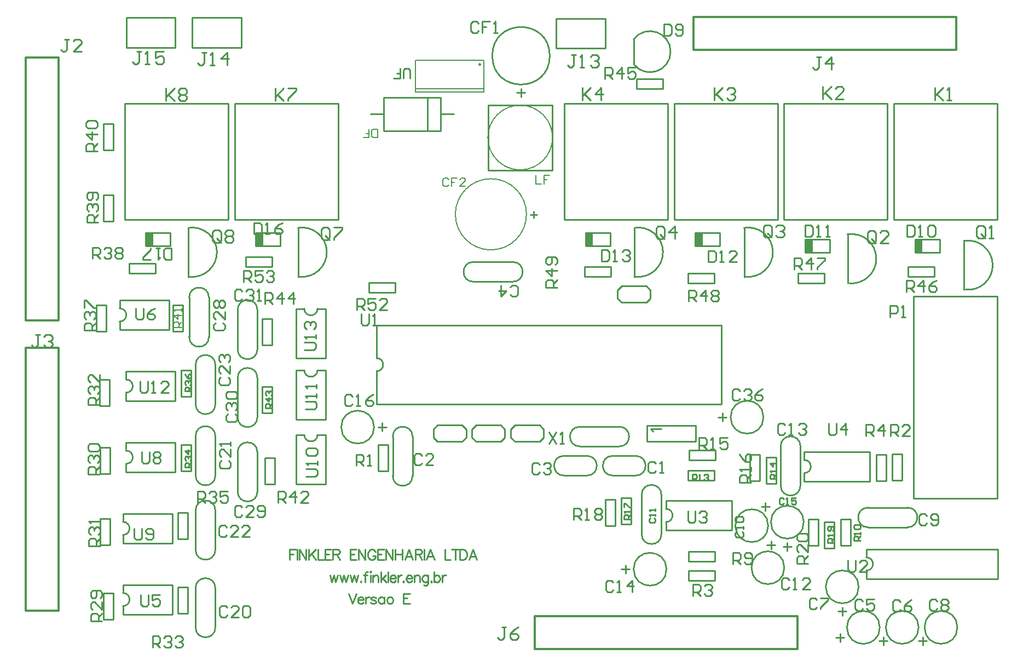
<source format=gto>
%FSLAX24Y24*%
%MOIN*%
G70*
G01*
G75*
%ADD10C,0.0300*%
%ADD11C,0.0394*%
%ADD12C,0.0197*%
%ADD13C,0.0200*%
%ADD14C,0.0295*%
%ADD15O,0.0551X0.0850*%
%ADD16R,0.0551X0.0850*%
%ADD17C,0.0984*%
%ADD18O,0.1004X0.0984*%
%ADD19C,0.0700*%
%ADD20C,0.0866*%
%ADD21R,0.0700X0.0700*%
%ADD22R,0.0700X0.0700*%
%ADD23C,0.1969*%
%ADD24C,0.2000*%
%ADD25C,0.0800*%
%ADD26R,0.0800X0.0800*%
%ADD27C,0.0400*%
%ADD28R,0.0394X0.0394*%
%ADD29C,0.0400*%
%ADD30C,0.0098*%
%ADD31C,0.0079*%
%ADD32C,0.0100*%
%ADD33C,0.0138*%
%ADD34C,0.0080*%
G36*
X104100Y103931D02*
X103650D01*
Y104731D01*
X104100D01*
Y103931D01*
D02*
G37*
G36*
X150950Y103537D02*
X150500D01*
Y104337D01*
X150950D01*
Y103537D01*
D02*
G37*
G36*
X144257D02*
X143807D01*
Y104337D01*
X144257D01*
Y103537D01*
D02*
G37*
G36*
X137564Y103931D02*
X137114D01*
Y104731D01*
X137564D01*
Y103931D01*
D02*
G37*
G36*
X130871D02*
X130421D01*
Y104731D01*
X130871D01*
Y103931D01*
D02*
G37*
G36*
X110793D02*
X110343D01*
Y104731D01*
X110793D01*
Y103931D01*
D02*
G37*
D30*
X124030Y114971D02*
G03*
X124030Y114971I-49J0D01*
G01*
X118140Y111645D02*
Y112974D01*
X121600D01*
Y110926D02*
Y112974D01*
X118140Y110926D02*
X121600D01*
X118140D02*
Y111645D01*
X120788Y110926D02*
Y112974D01*
X121630Y111950D02*
X122410D01*
X117331Y111960D02*
X118130D01*
X124490Y112490D02*
X128420D01*
X124490Y108540D02*
Y112490D01*
Y108540D02*
X128420D01*
Y112490D01*
X127270Y105620D02*
Y106020D01*
X127070Y105820D02*
X127470D01*
X102457Y116000D02*
Y117811D01*
X105449D01*
Y116000D02*
Y117811D01*
X102457Y116000D02*
X105449D01*
X106472D02*
Y117811D01*
X109465D01*
Y116000D02*
Y117811D01*
X106472Y116000D02*
X109465D01*
X128638Y115961D02*
Y117772D01*
X131630D01*
Y115961D02*
Y117772D01*
X128638Y115961D02*
X131630D01*
X137122Y92039D02*
Y92984D01*
X134169D02*
X137122D01*
X134169Y92039D02*
X137122D01*
X134169D02*
Y92984D01*
D31*
X128419Y110522D02*
G03*
X128419Y110522I-1969J0D01*
G01*
X126831Y105850D02*
G03*
X126831Y105850I-2165J0D01*
G01*
X120063Y113298D02*
Y115227D01*
X124237Y113298D02*
Y115227D01*
X120063D02*
X124237D01*
X120063Y113298D02*
X124237D01*
X120063Y113494D02*
X124237D01*
X117758Y110520D02*
Y111032D01*
X117502D01*
X117417Y110947D01*
Y110606D01*
X117502Y110520D01*
X117758D01*
X116906D02*
X117247D01*
Y110776D01*
X117076D01*
X117247D01*
Y111032D01*
X127400Y108212D02*
Y107700D01*
X127741D01*
X128253Y108212D02*
X127912D01*
Y107956D01*
X128082D01*
X127912D01*
Y107700D01*
X122091Y107976D02*
X122006Y108062D01*
X121835D01*
X121750Y107976D01*
Y107635D01*
X121835Y107550D01*
X122006D01*
X122091Y107635D01*
X122603Y108062D02*
X122262D01*
Y107806D01*
X122432D01*
X122262D01*
Y107550D01*
X123114D02*
X122773D01*
X123114Y107891D01*
Y107976D01*
X123029Y108062D01*
X122859D01*
X122773Y107976D01*
D32*
X110443Y91373D02*
G03*
X109243Y91373I-600J0D01*
G01*
Y88973D02*
G03*
X110443Y88973I600J0D01*
G01*
Y95901D02*
G03*
X109243Y95901I-600J0D01*
G01*
Y93501D02*
G03*
X110443Y93501I600J0D01*
G01*
X142313Y89335D02*
G03*
X143513Y89335I600J0D01*
G01*
Y91735D02*
G03*
X142313Y91735I-600J0D01*
G01*
X153549Y101266D02*
G03*
X153477Y104235I175J1490D01*
G01*
X110443Y100035D02*
G03*
X109243Y100035I-600J0D01*
G01*
Y97635D02*
G03*
X110443Y97635I600J0D01*
G01*
X143717Y87114D02*
G03*
X143717Y87114I-1000J0D01*
G01*
X130083Y92923D02*
G03*
X130083Y91723I0J-600D01*
G01*
X132483D02*
G03*
X132483Y92923I0J600D01*
G01*
X102256Y82006D02*
G03*
X102256Y82806I0J400D01*
G01*
X107883Y96688D02*
G03*
X106683Y96688I-600J0D01*
G01*
Y94288D02*
G03*
X107883Y94288I600J0D01*
G01*
Y92357D02*
G03*
X106683Y92357I-600J0D01*
G01*
Y89957D02*
G03*
X107883Y89957I600J0D01*
G01*
X102453Y90667D02*
G03*
X102453Y91467I0J400D01*
G01*
X106290Y98391D02*
G03*
X107490Y98391I600J0D01*
G01*
Y100791D02*
G03*
X106290Y100791I-600J0D01*
G01*
X106305Y102054D02*
G03*
X106233Y105023I175J1490D01*
G01*
X102059Y99328D02*
G03*
X102059Y100128I0J400D01*
G01*
X113305Y96366D02*
G03*
X114105Y96366I400J0D01*
G01*
X113305Y92429D02*
G03*
X114105Y92429I400J0D01*
G01*
X117550Y92900D02*
G03*
X117550Y92900I-1000J0D01*
G01*
X118691Y89926D02*
G03*
X119891Y89926I600J0D01*
G01*
Y92326D02*
G03*
X118691Y92326I-600J0D01*
G01*
X112998Y102054D02*
G03*
X112926Y105023I175J1490D01*
G01*
X129115Y91151D02*
G03*
X129115Y89951I0J-600D01*
G01*
X130515D02*
G03*
X130515Y91151I0J600D01*
G01*
X141264Y93504D02*
G03*
X141264Y93504I-1000J0D01*
G01*
X133849Y86383D02*
G03*
X135049Y86383I600J0D01*
G01*
Y88783D02*
G03*
X133849Y88783I-600J0D01*
G01*
X135327Y87124D02*
G03*
X135327Y87924I0J400D01*
G01*
X141551Y86902D02*
G03*
X141551Y86902I-1000J0D01*
G01*
X140164Y102054D02*
G03*
X140091Y105023I175J1490D01*
G01*
X153075Y80709D02*
G03*
X153075Y80709I-1000J0D01*
G01*
X150713D02*
G03*
X150713Y80709I-1000J0D01*
G01*
X148350D02*
G03*
X148350Y80709I-1000J0D01*
G01*
X150035Y86802D02*
G03*
X150035Y88002I0J600D01*
G01*
X147635D02*
G03*
X147635Y86802I0J-600D01*
G01*
X146463Y101660D02*
G03*
X146390Y104629I175J1490D01*
G01*
X102256Y86336D02*
G03*
X102256Y87136I0J400D01*
G01*
X102453Y94998D02*
G03*
X102453Y95798I0J400D01*
G01*
X123600Y102950D02*
G03*
X123600Y101750I0J-600D01*
G01*
X126000D02*
G03*
X126000Y102950I0J600D01*
G01*
X113305Y100106D02*
G03*
X114105Y100106I400J0D01*
G01*
X142535Y84343D02*
G03*
X142535Y84343I-1000J0D01*
G01*
X147531Y84171D02*
G03*
X147531Y84971I0J400D01*
G01*
X107883Y83106D02*
G03*
X106683Y83106I-600J0D01*
G01*
Y80706D02*
G03*
X107883Y80706I600J0D01*
G01*
X135358Y84252D02*
G03*
X135358Y84252I-1000J0D01*
G01*
X147063Y83177D02*
G03*
X147063Y83177I-1000J0D01*
G01*
X133483Y89951D02*
G03*
X133483Y91151I0J600D01*
G01*
X132083D02*
G03*
X132083Y89951I0J-600D01*
G01*
X143750Y90100D02*
G03*
X143750Y90900I0J400D01*
G01*
X133471Y102054D02*
G03*
X133398Y105023I175J1490D01*
G01*
X133360Y114996D02*
G03*
X133360Y116500I998J752D01*
G01*
X128250Y115500D02*
G03*
X128250Y115500I-1750J0D01*
G01*
X107883Y87830D02*
G03*
X106683Y87830I-600J0D01*
G01*
Y85430D02*
G03*
X107883Y85430I600J0D01*
G01*
X117701Y96301D02*
G03*
X117701Y97101I0J400D01*
G01*
X129134Y105512D02*
X135433D01*
X129134D02*
Y112598D01*
X135433D01*
Y105512D02*
Y112598D01*
X132624Y100484D02*
X134124D01*
X134374Y100734D01*
Y101234D01*
X134124Y101484D02*
X134374Y101234D01*
X132624Y101484D02*
X134124D01*
X132374Y101234D02*
X132624Y101484D01*
X132374Y100734D02*
Y101234D01*
Y100734D02*
X132624Y100484D01*
X101678Y81204D02*
Y82804D01*
X101078D02*
X101678D01*
X101078Y81204D02*
Y82804D01*
Y81204D02*
X101678D01*
X101481Y90062D02*
Y91662D01*
X100881D02*
X101481D01*
X100881Y90062D02*
Y91662D01*
Y90062D02*
X101481D01*
X101450Y94193D02*
Y95793D01*
X100850D02*
X101450D01*
X100850Y94193D02*
Y95793D01*
Y94193D02*
X101450D01*
X101678Y105417D02*
Y107017D01*
X101078D02*
X101678D01*
X101078Y105417D02*
Y107017D01*
Y105417D02*
X101678D01*
X101245Y98724D02*
Y100324D01*
X100645D02*
X101245D01*
X100645Y98724D02*
Y100324D01*
Y98724D02*
X101245D01*
X105802Y90228D02*
Y91828D01*
Y90228D02*
X106402D01*
Y91828D01*
X105802D02*
X106402D01*
X105802Y94755D02*
Y96355D01*
Y94755D02*
X106402D01*
Y96355D01*
X105802D02*
X106402D01*
X109243Y88973D02*
Y91373D01*
X110443Y88973D02*
Y91373D01*
X109243Y93501D02*
Y95901D01*
X110443Y93501D02*
Y95901D01*
X123766Y92020D02*
X125266D01*
X125516Y92270D01*
Y92770D01*
X125266Y93020D02*
X125516Y92770D01*
X123766Y93020D02*
X125266D01*
X123516Y92770D02*
X123766Y93020D01*
X123516Y92270D02*
Y92770D01*
Y92270D02*
X123766Y92020D01*
X132600Y87007D02*
Y88607D01*
Y87007D02*
X133200D01*
Y88607D01*
X132600D02*
X133200D01*
X143513Y89335D02*
Y91735D01*
X142313Y89335D02*
Y91735D01*
X142032Y89472D02*
Y91072D01*
X141432D02*
X142032D01*
X141432Y89472D02*
Y91072D01*
Y89472D02*
X142032D01*
X148125Y89637D02*
Y91237D01*
Y89637D02*
X148725D01*
Y91237D01*
X148125D02*
X148725D01*
X153474Y101256D02*
Y104256D01*
X101481Y85731D02*
Y87331D01*
X100881D02*
X101481D01*
X100881Y85731D02*
Y87331D01*
Y85731D02*
X101481D01*
X109243Y97635D02*
Y100035D01*
X110443Y97635D02*
Y100035D01*
X142717Y85364D02*
Y85864D01*
X142467Y85614D02*
X142967D01*
X145576Y85535D02*
Y87135D01*
X144976D02*
X145576D01*
X144976Y85535D02*
Y87135D01*
Y85535D02*
X145576D01*
X102629Y102859D02*
X104229D01*
X102629Y102259D02*
Y102859D01*
Y102259D02*
X104229D01*
Y102859D01*
X103650Y103931D02*
X105150D01*
Y104731D01*
X103650D02*
X105150D01*
X103650Y103931D02*
Y104731D01*
X117228Y101078D02*
X118828D01*
Y101678D01*
X117228D02*
X118828D01*
X117228Y101078D02*
Y101678D01*
X130083Y91723D02*
X132483D01*
X130083Y92923D02*
X132483D01*
X136716Y84739D02*
X138316D01*
Y85339D01*
X136716D02*
X138316D01*
X136716Y84739D02*
Y85339D01*
X136743Y90900D02*
X138343D01*
Y91500D01*
X136743D02*
X138343D01*
X136743Y90900D02*
Y91500D01*
X105606Y81566D02*
Y83166D01*
Y81566D02*
X106206D01*
Y83166D01*
X105606D02*
X106206D01*
X102256Y81506D02*
Y82006D01*
Y82806D02*
Y83306D01*
Y81506D02*
X105256D01*
Y83306D01*
X102256D02*
X105256D01*
X106683Y94288D02*
Y96688D01*
X107883Y94288D02*
Y96688D01*
X106683Y89957D02*
Y92357D01*
X107883Y89957D02*
Y92357D01*
X102453Y90167D02*
Y90667D01*
Y91467D02*
Y91967D01*
Y90167D02*
X105453D01*
Y91967D01*
X102453D02*
X105453D01*
X105900Y98743D02*
Y100343D01*
X105300D02*
X105900D01*
X105300Y98743D02*
Y100343D01*
Y98743D02*
X105900D01*
X107490Y98391D02*
Y100791D01*
X106290Y98391D02*
Y100791D01*
X106230Y102043D02*
Y105043D01*
X102059Y98828D02*
Y99328D01*
Y100128D02*
Y100628D01*
Y98828D02*
X105059D01*
Y100628D01*
X102059D02*
X105059D01*
X110920Y89440D02*
Y91040D01*
Y89440D02*
X111520D01*
Y91040D01*
X110920D02*
X111520D01*
X110724Y93771D02*
Y95371D01*
Y93771D02*
X111324D01*
Y95371D01*
X110724D02*
X111324D01*
X117810Y90228D02*
Y91828D01*
Y90228D02*
X118410D01*
Y91828D01*
X117810D02*
X118410D01*
X112805Y96366D02*
X113305D01*
X114105D02*
X114605D01*
X112805Y93366D02*
Y96366D01*
Y93366D02*
X114605D01*
Y96366D01*
X112805Y92429D02*
X113305D01*
X114105D02*
X114605D01*
X112805Y89429D02*
Y92429D01*
Y89429D02*
X114605D01*
Y92429D01*
X117800Y92900D02*
X118300D01*
X118050Y92650D02*
Y93150D01*
X119891Y89926D02*
Y92326D01*
X118691Y89926D02*
Y92326D01*
X112923Y102043D02*
Y105043D01*
X126128Y92020D02*
X127628D01*
X127878Y92270D01*
Y92770D01*
X127628Y93020D02*
X127878Y92770D01*
X126128Y93020D02*
X127628D01*
X125878Y92770D02*
X126128Y93020D01*
X125878Y92270D02*
Y92770D01*
Y92270D02*
X126128Y92020D01*
X129115Y91151D02*
X130515D01*
X129115Y89951D02*
X130515D01*
X132250Y86893D02*
Y88493D01*
X131650D02*
X132250D01*
X131650Y86893D02*
Y88493D01*
Y86893D02*
X132250D01*
X130385Y102662D02*
X131985D01*
X130385Y102062D02*
Y102662D01*
Y102062D02*
X131985D01*
Y102662D01*
X130421Y103931D02*
X131921D01*
Y104731D01*
X130421D02*
X131921D01*
X130421Y103931D02*
Y104731D01*
X136716Y83558D02*
X138316D01*
Y84158D01*
X136716D02*
X138316D01*
X136716Y83558D02*
Y84158D01*
X138514Y93504D02*
X139014D01*
X138764Y93254D02*
Y93754D01*
X136684Y90261D02*
X138284D01*
X136684Y89661D02*
Y90261D01*
Y89661D02*
X138284D01*
Y90261D01*
X140448Y89637D02*
Y91237D01*
Y89637D02*
X141048D01*
Y91237D01*
X140448D02*
X141048D01*
X135049Y86383D02*
Y88783D01*
X133849Y86383D02*
Y88783D01*
X135327Y88424D02*
X139327D01*
Y86624D02*
Y88424D01*
X135327Y86624D02*
X139327D01*
X135327D02*
Y87124D01*
Y87924D02*
Y88424D01*
X141378Y87797D02*
Y88297D01*
X141128Y88047D02*
X141628D01*
X136684Y102268D02*
X138284D01*
X136684Y101669D02*
Y102268D01*
Y101669D02*
X138284D01*
Y102268D01*
X137114Y103931D02*
X138614D01*
Y104731D01*
X137114D02*
X138614D01*
X137114Y103931D02*
Y104731D01*
X140089Y102043D02*
Y105043D01*
X150718Y79882D02*
X151219D01*
X150969Y79632D02*
Y80132D01*
X148317Y79882D02*
X148817D01*
X148567Y79632D02*
Y80132D01*
X145929Y79829D02*
Y80329D01*
X145679Y80079D02*
X146179D01*
X149709Y89669D02*
Y91269D01*
X149109D02*
X149709D01*
X149109Y89669D02*
Y91269D01*
Y89669D02*
X149709D01*
X147635Y88002D02*
X150035D01*
X147635Y86802D02*
X150035D01*
X150500Y103537D02*
X152000D01*
Y104337D01*
X150500D02*
X152000D01*
X150500Y103537D02*
Y104337D01*
X146388Y101650D02*
Y104650D01*
X150070Y102662D02*
X151670D01*
X150070Y102062D02*
Y102662D01*
Y102062D02*
X151670D01*
Y102662D01*
X105606Y86094D02*
Y87694D01*
Y86094D02*
X106206D01*
Y87694D01*
X105606D02*
X106206D01*
X102256Y85836D02*
Y86336D01*
Y87136D02*
Y87636D01*
Y85836D02*
X105256D01*
Y87636D01*
X102256D02*
X105256D01*
X102453Y94498D02*
Y94998D01*
Y95798D02*
Y96298D01*
Y94498D02*
X105453D01*
Y96298D01*
X102453D02*
X105453D01*
X101678Y109747D02*
Y111347D01*
X101078D02*
X101678D01*
X101078Y109747D02*
Y111347D01*
Y109747D02*
X101678D01*
X102362Y105512D02*
X108661D01*
X102362D02*
Y112598D01*
X108661D01*
Y105512D02*
Y112598D01*
X110724Y97905D02*
Y99505D01*
Y97905D02*
X111324D01*
Y99505D01*
X110724D02*
X111324D01*
X123600Y101750D02*
X126000D01*
X123600Y102950D02*
X126000D01*
X112805Y100106D02*
X113305D01*
X114105D02*
X114605D01*
X112805Y97106D02*
Y100106D01*
Y97106D02*
X114605D01*
Y100106D01*
X143991Y85700D02*
Y87300D01*
Y85700D02*
X144591D01*
Y87300D01*
X143991D02*
X144591D01*
X141482Y85724D02*
X141982D01*
X141732Y85474D02*
Y85974D01*
X135827Y105512D02*
X142126D01*
X135827D02*
Y112598D01*
X142126D01*
Y105512D02*
Y112598D01*
X150394Y88570D02*
X155494D01*
X150394D02*
Y100850D01*
X155494Y88570D02*
Y100850D01*
X150394D02*
X155494D01*
X147531Y85471D02*
X155532D01*
Y83671D02*
Y85471D01*
X147531Y83671D02*
X155532D01*
X147531D02*
Y84171D01*
Y84971D02*
Y85471D01*
X145960Y85700D02*
Y87300D01*
Y85700D02*
X146560D01*
Y87300D01*
X145960D02*
X146560D01*
X149213Y105512D02*
X155512D01*
X149213D02*
Y112598D01*
X155512D01*
Y105512D02*
Y112598D01*
X106683Y80706D02*
Y83106D01*
X107883Y80706D02*
Y83106D01*
X132608Y84252D02*
X133108D01*
X132858Y84002D02*
Y84502D01*
X146063Y81427D02*
Y81927D01*
X145813Y81677D02*
X146313D01*
X121404Y92020D02*
X122904D01*
X123154Y92270D01*
Y92770D01*
X122904Y93020D02*
X123154Y92770D01*
X121404Y93020D02*
X122904D01*
X121154Y92770D02*
X121404Y93020D01*
X121154Y92270D02*
Y92770D01*
Y92270D02*
X121404Y92020D01*
X132083Y89951D02*
X133483D01*
X132083Y91151D02*
X133483D01*
X143750Y91400D02*
X147750D01*
Y89600D02*
Y91400D01*
X143750Y89600D02*
X147750D01*
X143750D02*
Y90100D01*
Y90900D02*
Y91400D01*
X109747Y102653D02*
X111347D01*
Y103253D01*
X109747D02*
X111347D01*
X109747Y102653D02*
Y103253D01*
X110343Y103931D02*
X111843D01*
Y104731D01*
X110343D02*
X111843D01*
X110343Y103931D02*
Y104731D01*
X143377Y102268D02*
X144977D01*
X143377Y101669D02*
Y102268D01*
Y101669D02*
X144977D01*
Y102268D01*
X133396Y102043D02*
Y105043D01*
X143807Y103537D02*
X145307D01*
Y104337D01*
X143807D02*
X145307D01*
X143807Y103537D02*
Y104337D01*
X133358Y114998D02*
Y116498D01*
X126250Y113250D02*
X126750D01*
X126500Y113000D02*
Y113500D01*
X133535Y114080D02*
X135135D01*
X133535Y113480D02*
Y114080D01*
Y113480D02*
X135135D01*
Y114080D01*
X106683Y85430D02*
Y87830D01*
X107883Y85430D02*
Y87830D01*
X117701Y97101D02*
Y99101D01*
Y94301D02*
Y96301D01*
Y99101D02*
X138701D01*
Y94301D02*
Y99101D01*
X117701Y94301D02*
X138701D01*
X109055Y105512D02*
X115354D01*
X109055D02*
Y112598D01*
X115354D01*
Y105512D02*
Y112598D01*
X142520Y105512D02*
X148819D01*
X142520D02*
Y112598D01*
X148819D01*
Y105512D02*
Y112598D01*
X119728Y114134D02*
Y114634D01*
X119629Y114734D01*
X119429D01*
X119329Y114634D01*
Y114134D01*
X118729D02*
X119129D01*
Y114434D01*
X118929D01*
X119129D01*
Y114734D01*
X103359Y115750D02*
X103106D01*
X103233D01*
Y115116D01*
X103106Y114990D01*
X102979D01*
X102853Y115116D01*
X103613Y114990D02*
X103866D01*
X103739D01*
Y115750D01*
X103613Y115623D01*
X104752Y115750D02*
X104246D01*
Y115370D01*
X104499Y115496D01*
X104626D01*
X104752Y115370D01*
Y115116D01*
X104626Y114990D01*
X104372D01*
X104246Y115116D01*
X107325Y115700D02*
X107072D01*
X107198D01*
Y115066D01*
X107072Y114940D01*
X106945D01*
X106819Y115066D01*
X107578Y114940D02*
X107832D01*
X107705D01*
Y115700D01*
X107578Y115573D01*
X108591Y114940D02*
Y115700D01*
X108211Y115320D01*
X108718D01*
X130236Y113555D02*
Y112795D01*
Y113049D01*
X130743Y113555D01*
X130363Y113175D01*
X130743Y112795D01*
X131376D02*
Y113555D01*
X130996Y113175D01*
X131502D01*
X100984Y81102D02*
X100293D01*
Y81448D01*
X100408Y81563D01*
X100639D01*
X100754Y81448D01*
Y81102D01*
Y81333D02*
X100984Y81563D01*
Y82255D02*
Y81794D01*
X100523Y82255D01*
X100408D01*
X100293Y82139D01*
Y81909D01*
X100408Y81794D01*
X100869Y82485D02*
X100984Y82600D01*
Y82831D01*
X100869Y82946D01*
X100408D01*
X100293Y82831D01*
Y82600D01*
X100408Y82485D01*
X100523D01*
X100639Y82600D01*
Y82946D01*
X100827Y90039D02*
X100135D01*
Y90385D01*
X100251Y90500D01*
X100481D01*
X100596Y90385D01*
Y90039D01*
Y90270D02*
X100827Y90500D01*
X100251Y90731D02*
X100135Y90846D01*
Y91076D01*
X100251Y91192D01*
X100366D01*
X100481Y91076D01*
Y90961D01*
Y91076D01*
X100596Y91192D01*
X100712D01*
X100827Y91076D01*
Y90846D01*
X100712Y90731D01*
X100251Y91422D02*
X100135Y91537D01*
Y91768D01*
X100251Y91883D01*
X100712D01*
X100827Y91768D01*
Y91537D01*
X100712Y91422D01*
X100251D01*
X100835Y94248D02*
X100144D01*
Y94594D01*
X100259Y94709D01*
X100489D01*
X100605Y94594D01*
Y94248D01*
Y94479D02*
X100835Y94709D01*
X100259Y94940D02*
X100144Y95055D01*
Y95285D01*
X100259Y95401D01*
X100374D01*
X100489Y95285D01*
Y95170D01*
Y95285D01*
X100605Y95401D01*
X100720D01*
X100835Y95285D01*
Y95055D01*
X100720Y94940D01*
X100835Y96092D02*
Y95631D01*
X100374Y96092D01*
X100259D01*
X100144Y95977D01*
Y95746D01*
X100259Y95631D01*
X100750Y105350D02*
X100059D01*
Y105696D01*
X100174Y105811D01*
X100404D01*
X100520Y105696D01*
Y105350D01*
Y105580D02*
X100750Y105811D01*
X100174Y106041D02*
X100059Y106157D01*
Y106387D01*
X100174Y106502D01*
X100289D01*
X100404Y106387D01*
Y106272D01*
Y106387D01*
X100520Y106502D01*
X100635D01*
X100750Y106387D01*
Y106157D01*
X100635Y106041D01*
Y106733D02*
X100750Y106848D01*
Y107078D01*
X100635Y107194D01*
X100174D01*
X100059Y107078D01*
Y106848D01*
X100174Y106733D01*
X100289D01*
X100404Y106848D01*
Y107194D01*
X100591Y98780D02*
X99899D01*
Y99125D01*
X100014Y99240D01*
X100245D01*
X100360Y99125D01*
Y98780D01*
Y99010D02*
X100591Y99240D01*
X100014Y99471D02*
X99899Y99586D01*
Y99817D01*
X100014Y99932D01*
X100130D01*
X100245Y99817D01*
Y99701D01*
Y99817D01*
X100360Y99932D01*
X100475D01*
X100591Y99817D01*
Y99586D01*
X100475Y99471D01*
X99899Y100162D02*
Y100623D01*
X100014D01*
X100475Y100162D01*
X100591D01*
X106417Y90472D02*
X106025D01*
Y90668D01*
X106091Y90734D01*
X106221D01*
X106287Y90668D01*
Y90472D01*
Y90603D02*
X106417Y90734D01*
X106091Y90864D02*
X106025Y90930D01*
Y91060D01*
X106091Y91126D01*
X106156D01*
X106221Y91060D01*
Y90995D01*
Y91060D01*
X106287Y91126D01*
X106352D01*
X106417Y91060D01*
Y90930D01*
X106352Y90864D01*
X106417Y91452D02*
X106025D01*
X106221Y91256D01*
Y91517D01*
X106417Y95079D02*
X106025D01*
Y95275D01*
X106091Y95340D01*
X106221D01*
X106287Y95275D01*
Y95079D01*
Y95209D02*
X106417Y95340D01*
X106091Y95471D02*
X106025Y95536D01*
Y95667D01*
X106091Y95732D01*
X106156D01*
X106221Y95667D01*
Y95601D01*
Y95667D01*
X106287Y95732D01*
X106352D01*
X106417Y95667D01*
Y95536D01*
X106352Y95471D01*
X106025Y96124D02*
X106091Y95993D01*
X106221Y95862D01*
X106352D01*
X106417Y95928D01*
Y96058D01*
X106352Y96124D01*
X106287D01*
X106221Y96058D01*
Y95862D01*
X109516Y88017D02*
X109401Y88132D01*
X109170D01*
X109055Y88017D01*
Y87556D01*
X109170Y87441D01*
X109401D01*
X109516Y87556D01*
X110207Y87441D02*
X109746D01*
X110207Y87902D01*
Y88017D01*
X110092Y88132D01*
X109862D01*
X109746Y88017D01*
X110438Y87556D02*
X110553Y87441D01*
X110784D01*
X110899Y87556D01*
Y88017D01*
X110784Y88132D01*
X110553D01*
X110438Y88017D01*
Y87902D01*
X110553Y87787D01*
X110899D01*
X108636Y93689D02*
X108521Y93574D01*
Y93344D01*
X108636Y93228D01*
X109097D01*
X109213Y93344D01*
Y93574D01*
X109097Y93689D01*
X108636Y93920D02*
X108521Y94035D01*
Y94265D01*
X108636Y94381D01*
X108752D01*
X108867Y94265D01*
Y94150D01*
Y94265D01*
X108982Y94381D01*
X109097D01*
X109213Y94265D01*
Y94035D01*
X109097Y93920D01*
X108636Y94611D02*
X108521Y94726D01*
Y94957D01*
X108636Y95072D01*
X109097D01*
X109213Y94957D01*
Y94726D01*
X109097Y94611D01*
X108636D01*
X133176Y87292D02*
X132784D01*
Y87488D01*
X132849Y87553D01*
X132980D01*
X133045Y87488D01*
Y87292D01*
Y87422D02*
X133176Y87553D01*
Y87684D02*
Y87814D01*
Y87749D01*
X132784D01*
X132849Y87684D01*
X132784Y88010D02*
Y88271D01*
X132849D01*
X133110Y88010D01*
X133176D01*
X142587Y93017D02*
X142472Y93132D01*
X142241D01*
X142126Y93017D01*
Y92556D01*
X142241Y92441D01*
X142472D01*
X142587Y92556D01*
X142817Y92441D02*
X143048D01*
X142933D01*
Y93132D01*
X142817Y93017D01*
X143394D02*
X143509Y93132D01*
X143739D01*
X143854Y93017D01*
Y92902D01*
X143739Y92787D01*
X143624D01*
X143739D01*
X143854Y92671D01*
Y92556D01*
X143739Y92441D01*
X143509D01*
X143394Y92556D01*
X142047Y89764D02*
X141655D01*
Y89960D01*
X141721Y90025D01*
X141851D01*
X141917Y89960D01*
Y89764D01*
Y89894D02*
X142047Y90025D01*
Y90156D02*
Y90286D01*
Y90221D01*
X141655D01*
X141721Y90156D01*
X142047Y90678D02*
X141655D01*
X141851Y90482D01*
Y90743D01*
X147520Y92362D02*
Y93054D01*
X147865D01*
X147981Y92938D01*
Y92708D01*
X147865Y92593D01*
X147520D01*
X147750D02*
X147981Y92362D01*
X148557D02*
Y93054D01*
X148211Y92708D01*
X148672D01*
X154756Y104527D02*
Y105033D01*
X154630Y105160D01*
X154377D01*
X154250Y105033D01*
Y104527D01*
X154377Y104400D01*
X154630D01*
X154503Y104653D02*
X154756Y104400D01*
X154630D02*
X154756Y104527D01*
X155010Y104400D02*
X155263D01*
X155136D01*
Y105160D01*
X155010Y105033D01*
X100866Y85669D02*
X100175D01*
Y86015D01*
X100290Y86130D01*
X100520D01*
X100636Y86015D01*
Y85669D01*
Y85900D02*
X100866Y86130D01*
X100290Y86361D02*
X100175Y86476D01*
Y86706D01*
X100290Y86822D01*
X100405D01*
X100520Y86706D01*
Y86591D01*
Y86706D01*
X100636Y86822D01*
X100751D01*
X100866Y86706D01*
Y86476D01*
X100751Y86361D01*
X100866Y87052D02*
Y87282D01*
Y87167D01*
X100175D01*
X100290Y87052D01*
X109516Y101167D02*
X109401Y101282D01*
X109170D01*
X109055Y101167D01*
Y100706D01*
X109170Y100591D01*
X109401D01*
X109516Y100706D01*
X109746Y101167D02*
X109862Y101282D01*
X110092D01*
X110207Y101167D01*
Y101051D01*
X110092Y100936D01*
X109977D01*
X110092D01*
X110207Y100821D01*
Y100706D01*
X110092Y100591D01*
X109862D01*
X109746Y100706D01*
X110438Y100591D02*
X110668D01*
X110553D01*
Y101282D01*
X110438Y101167D01*
X142506Y88522D02*
X142439Y88589D01*
X142306D01*
X142239Y88522D01*
Y88256D01*
X142306Y88189D01*
X142439D01*
X142506Y88256D01*
X142639Y88189D02*
X142772D01*
X142705D01*
Y88589D01*
X142639Y88522D01*
X143239Y88589D02*
X142972D01*
Y88389D01*
X143105Y88456D01*
X143172D01*
X143239Y88389D01*
Y88256D01*
X143172Y88189D01*
X143039D01*
X142972Y88256D01*
X145551Y85866D02*
X145159D01*
Y86062D01*
X145225Y86127D01*
X145355D01*
X145421Y86062D01*
Y85866D01*
Y85997D02*
X145551Y86127D01*
Y86258D02*
Y86389D01*
Y86323D01*
X145159D01*
X145225Y86258D01*
X145486Y86585D02*
X145551Y86650D01*
Y86780D01*
X145486Y86846D01*
X145225D01*
X145159Y86780D01*
Y86650D01*
X145225Y86585D01*
X145290D01*
X145355Y86650D01*
Y86846D01*
X100400Y103150D02*
Y103841D01*
X100746D01*
X100861Y103726D01*
Y103496D01*
X100746Y103380D01*
X100400D01*
X100630D02*
X100861Y103150D01*
X101091Y103726D02*
X101207Y103841D01*
X101437D01*
X101552Y103726D01*
Y103611D01*
X101437Y103496D01*
X101322D01*
X101437D01*
X101552Y103380D01*
Y103265D01*
X101437Y103150D01*
X101207D01*
X101091Y103265D01*
X101783Y103726D02*
X101898Y103841D01*
X102128D01*
X102244Y103726D01*
Y103611D01*
X102128Y103496D01*
X102244Y103380D01*
Y103265D01*
X102128Y103150D01*
X101898D01*
X101783Y103265D01*
Y103380D01*
X101898Y103496D01*
X101783Y103611D01*
Y103726D01*
X101898Y103496D02*
X102128D01*
X105200Y103109D02*
Y103800D01*
X104854D01*
X104739Y103685D01*
Y103224D01*
X104854Y103109D01*
X105200D01*
X104509Y103800D02*
X104278D01*
X104393D01*
Y103109D01*
X104509Y103224D01*
X103932Y103109D02*
X103472D01*
Y103224D01*
X103932Y103685D01*
Y103800D01*
X116496Y100039D02*
Y100731D01*
X116842D01*
X116957Y100616D01*
Y100385D01*
X116842Y100270D01*
X116496D01*
X116727D02*
X116957Y100039D01*
X117648Y100731D02*
X117187D01*
Y100385D01*
X117418Y100500D01*
X117533D01*
X117648Y100385D01*
Y100155D01*
X117533Y100039D01*
X117303D01*
X117187Y100155D01*
X118340Y100039D02*
X117879D01*
X118340Y100500D01*
Y100616D01*
X118224Y100731D01*
X117994D01*
X117879Y100616D01*
X128189Y92581D02*
X128650Y91890D01*
Y92581D02*
X128189Y91890D01*
X128880D02*
X129111D01*
X128996D01*
Y92581D01*
X128880Y92466D01*
X139409Y84567D02*
Y85258D01*
X139755D01*
X139870Y85143D01*
Y84913D01*
X139755Y84797D01*
X139409D01*
X139640D02*
X139870Y84567D01*
X140101Y84682D02*
X140216Y84567D01*
X140447D01*
X140562Y84682D01*
Y85143D01*
X140447Y85258D01*
X140216D01*
X140101Y85143D01*
Y85028D01*
X140216Y84913D01*
X140562D01*
X137350Y91554D02*
Y92246D01*
X137695D01*
X137811Y92130D01*
Y91900D01*
X137695Y91785D01*
X137350D01*
X137580D02*
X137811Y91554D01*
X138041D02*
X138271D01*
X138156D01*
Y92246D01*
X138041Y92130D01*
X139078Y92246D02*
X138617D01*
Y91900D01*
X138848Y92015D01*
X138963D01*
X139078Y91900D01*
Y91670D01*
X138963Y91554D01*
X138732D01*
X138617Y91670D01*
X104055Y79488D02*
Y80180D01*
X104401D01*
X104516Y80064D01*
Y79834D01*
X104401Y79719D01*
X104055D01*
X104286D02*
X104516Y79488D01*
X104746Y80064D02*
X104862Y80180D01*
X105092D01*
X105207Y80064D01*
Y79949D01*
X105092Y79834D01*
X104977D01*
X105092D01*
X105207Y79719D01*
Y79603D01*
X105092Y79488D01*
X104862D01*
X104746Y79603D01*
X105438Y80064D02*
X105553Y80180D01*
X105784D01*
X105899Y80064D01*
Y79949D01*
X105784Y79834D01*
X105668D01*
X105784D01*
X105899Y79719D01*
Y79603D01*
X105784Y79488D01*
X105553D01*
X105438Y79603D01*
X103350Y82691D02*
Y82115D01*
X103465Y82000D01*
X103696D01*
X103811Y82115D01*
Y82691D01*
X104502D02*
X104041D01*
Y82346D01*
X104272Y82461D01*
X104387D01*
X104502Y82346D01*
Y82115D01*
X104387Y82000D01*
X104157D01*
X104041Y82115D01*
X108203Y95933D02*
X108088Y95818D01*
Y95588D01*
X108203Y95472D01*
X108664D01*
X108780Y95588D01*
Y95818D01*
X108664Y95933D01*
X108780Y96625D02*
Y96164D01*
X108319Y96625D01*
X108203D01*
X108088Y96510D01*
Y96279D01*
X108203Y96164D01*
Y96855D02*
X108088Y96970D01*
Y97201D01*
X108203Y97316D01*
X108319D01*
X108434Y97201D01*
Y97086D01*
Y97201D01*
X108549Y97316D01*
X108664D01*
X108780Y97201D01*
Y96970D01*
X108664Y96855D01*
X108243Y90855D02*
X108128Y90739D01*
Y90509D01*
X108243Y90394D01*
X108704D01*
X108819Y90509D01*
Y90739D01*
X108704Y90855D01*
X108819Y91546D02*
Y91085D01*
X108358Y91546D01*
X108243D01*
X108128Y91431D01*
Y91200D01*
X108243Y91085D01*
X108819Y91776D02*
Y92007D01*
Y91892D01*
X108128D01*
X108243Y91776D01*
X103400Y91391D02*
Y90815D01*
X103515Y90700D01*
X103746D01*
X103861Y90815D01*
Y91391D01*
X104091Y91276D02*
X104207Y91391D01*
X104437D01*
X104552Y91276D01*
Y91161D01*
X104437Y91046D01*
X104552Y90930D01*
Y90815D01*
X104437Y90700D01*
X104207D01*
X104091Y90815D01*
Y90930D01*
X104207Y91046D01*
X104091Y91161D01*
Y91276D01*
X104207Y91046D02*
X104437D01*
X107888Y99240D02*
X107773Y99125D01*
Y98895D01*
X107888Y98780D01*
X108349D01*
X108465Y98895D01*
Y99125D01*
X108349Y99240D01*
X108465Y99932D02*
Y99471D01*
X108004Y99932D01*
X107888D01*
X107773Y99817D01*
Y99586D01*
X107888Y99471D01*
Y100162D02*
X107773Y100278D01*
Y100508D01*
X107888Y100623D01*
X108004D01*
X108119Y100508D01*
X108234Y100623D01*
X108349D01*
X108465Y100508D01*
Y100278D01*
X108349Y100162D01*
X108234D01*
X108119Y100278D01*
X108004Y100162D01*
X107888D01*
X108119Y100278D02*
Y100508D01*
X108223Y104260D02*
Y104767D01*
X108096Y104894D01*
X107843D01*
X107717Y104767D01*
Y104260D01*
X107843Y104134D01*
X108096D01*
X107970Y104387D02*
X108223Y104134D01*
X108096D02*
X108223Y104260D01*
X108476Y104767D02*
X108603Y104894D01*
X108856D01*
X108983Y104767D01*
Y104640D01*
X108856Y104514D01*
X108983Y104387D01*
Y104260D01*
X108856Y104134D01*
X108603D01*
X108476Y104260D01*
Y104387D01*
X108603Y104514D01*
X108476Y104640D01*
Y104767D01*
X108603Y104514D02*
X108856D01*
X103050Y100141D02*
Y99565D01*
X103165Y99450D01*
X103396D01*
X103511Y99565D01*
Y100141D01*
X104202D02*
X103972Y100026D01*
X103741Y99796D01*
Y99565D01*
X103857Y99450D01*
X104087D01*
X104202Y99565D01*
Y99680D01*
X104087Y99796D01*
X103741D01*
X111693Y88307D02*
Y88998D01*
X112039D01*
X112154Y88883D01*
Y88653D01*
X112039Y88538D01*
X111693D01*
X111923D02*
X112154Y88307D01*
X112730D02*
Y88998D01*
X112384Y88653D01*
X112845D01*
X113537Y88307D02*
X113076D01*
X113537Y88768D01*
Y88883D01*
X113421Y88998D01*
X113191D01*
X113076Y88883D01*
X111339Y94055D02*
X110947D01*
Y94251D01*
X111012Y94316D01*
X111143D01*
X111208Y94251D01*
Y94055D01*
Y94186D02*
X111339Y94316D01*
Y94643D02*
X110947D01*
X111143Y94447D01*
Y94708D01*
X111012Y94839D02*
X110947Y94904D01*
Y95035D01*
X111012Y95100D01*
X111077D01*
X111143Y95035D01*
Y94969D01*
Y95035D01*
X111208Y95100D01*
X111273D01*
X111339Y95035D01*
Y94904D01*
X111273Y94839D01*
X116457Y90551D02*
Y91243D01*
X116802D01*
X116918Y91127D01*
Y90897D01*
X116802Y90782D01*
X116457D01*
X116687D02*
X116918Y90551D01*
X117148D02*
X117379D01*
X117263D01*
Y91243D01*
X117148Y91127D01*
X113359Y94000D02*
X113935D01*
X114050Y94115D01*
Y94346D01*
X113935Y94461D01*
X113359D01*
X114050Y94691D02*
Y94922D01*
Y94807D01*
X113359D01*
X113474Y94691D01*
X114050Y95268D02*
Y95498D01*
Y95383D01*
X113359D01*
X113474Y95268D01*
X113409Y89900D02*
X113985D01*
X114100Y90015D01*
Y90246D01*
X113985Y90361D01*
X113409D01*
X114100Y90591D02*
Y90822D01*
Y90707D01*
X113409D01*
X113524Y90591D01*
Y91168D02*
X113409Y91283D01*
Y91513D01*
X113524Y91628D01*
X113985D01*
X114100Y91513D01*
Y91283D01*
X113985Y91168D01*
X113524D01*
X116232Y94763D02*
X116117Y94878D01*
X115886D01*
X115771Y94763D01*
Y94302D01*
X115886Y94187D01*
X116117D01*
X116232Y94302D01*
X116462Y94187D02*
X116693D01*
X116577D01*
Y94878D01*
X116462Y94763D01*
X117499Y94878D02*
X117269Y94763D01*
X117038Y94532D01*
Y94302D01*
X117154Y94187D01*
X117384D01*
X117499Y94302D01*
Y94417D01*
X117384Y94532D01*
X117038D01*
X120461Y91167D02*
X120346Y91282D01*
X120115D01*
X120000Y91167D01*
Y90706D01*
X120115Y90591D01*
X120346D01*
X120461Y90706D01*
X121152Y90591D02*
X120691D01*
X121152Y91051D01*
Y91167D01*
X121037Y91282D01*
X120807D01*
X120691Y91167D01*
X114837Y104418D02*
Y104924D01*
X114711Y105051D01*
X114457D01*
X114331Y104924D01*
Y104418D01*
X114457Y104291D01*
X114711D01*
X114584Y104545D02*
X114837Y104291D01*
X114711D02*
X114837Y104418D01*
X115090Y105051D02*
X115597D01*
Y104924D01*
X115090Y104418D01*
Y104291D01*
X127626Y90616D02*
X127511Y90731D01*
X127281D01*
X127165Y90616D01*
Y90155D01*
X127281Y90039D01*
X127511D01*
X127626Y90155D01*
X127857Y90616D02*
X127972Y90731D01*
X128202D01*
X128318Y90616D01*
Y90500D01*
X128202Y90385D01*
X128087D01*
X128202D01*
X128318Y90270D01*
Y90155D01*
X128202Y90039D01*
X127972D01*
X127857Y90155D01*
X129706Y87263D02*
Y87955D01*
X130052D01*
X130167Y87840D01*
Y87609D01*
X130052Y87494D01*
X129706D01*
X129936D02*
X130167Y87263D01*
X130397D02*
X130628D01*
X130513D01*
Y87955D01*
X130397Y87840D01*
X130973D02*
X131089Y87955D01*
X131319D01*
X131434Y87840D01*
Y87724D01*
X131319Y87609D01*
X131434Y87494D01*
Y87379D01*
X131319Y87263D01*
X131089D01*
X130973Y87379D01*
Y87494D01*
X131089Y87609D01*
X130973Y87724D01*
Y87840D01*
X131089Y87609D02*
X131319D01*
X128700Y101400D02*
X128009D01*
Y101746D01*
X128124Y101861D01*
X128354D01*
X128470Y101746D01*
Y101400D01*
Y101630D02*
X128700Y101861D01*
Y102437D02*
X128009D01*
X128354Y102091D01*
Y102552D01*
X128585Y102783D02*
X128700Y102898D01*
Y103128D01*
X128585Y103244D01*
X128124D01*
X128009Y103128D01*
Y102898D01*
X128124Y102783D01*
X128239D01*
X128354Y102898D01*
Y103244D01*
X131400Y103691D02*
Y103000D01*
X131746D01*
X131861Y103115D01*
Y103576D01*
X131746Y103691D01*
X131400D01*
X132091Y103000D02*
X132322D01*
X132207D01*
Y103691D01*
X132091Y103576D01*
X132668D02*
X132783Y103691D01*
X133013D01*
X133128Y103576D01*
Y103461D01*
X133013Y103346D01*
X132898D01*
X133013D01*
X133128Y103230D01*
Y103115D01*
X133013Y103000D01*
X132783D01*
X132668Y103115D01*
X129837Y115563D02*
X129584D01*
X129711D01*
Y114930D01*
X129584Y114803D01*
X129457D01*
X129331Y114930D01*
X130090Y114803D02*
X130344D01*
X130217D01*
Y115563D01*
X130090Y115436D01*
X130724D02*
X130850Y115563D01*
X131103D01*
X131230Y115436D01*
Y115310D01*
X131103Y115183D01*
X130977D01*
X131103D01*
X131230Y115056D01*
Y114930D01*
X131103Y114803D01*
X130850D01*
X130724Y114930D01*
X136968Y82638D02*
Y83329D01*
X137314D01*
X137429Y83214D01*
Y82983D01*
X137314Y82868D01*
X136968D01*
X137199D02*
X137429Y82638D01*
X137660Y83214D02*
X137775Y83329D01*
X138006D01*
X138121Y83214D01*
Y83099D01*
X138006Y82983D01*
X137890D01*
X138006D01*
X138121Y82868D01*
Y82753D01*
X138006Y82638D01*
X137775D01*
X137660Y82753D01*
X139831Y95104D02*
X139716Y95219D01*
X139485D01*
X139370Y95104D01*
Y94643D01*
X139485Y94528D01*
X139716D01*
X139831Y94643D01*
X140061Y95104D02*
X140177Y95219D01*
X140407D01*
X140522Y95104D01*
Y94988D01*
X140407Y94873D01*
X140292D01*
X140407D01*
X140522Y94758D01*
Y94643D01*
X140407Y94528D01*
X140177D01*
X140061Y94643D01*
X141214Y95219D02*
X140983Y95104D01*
X140753Y94873D01*
Y94643D01*
X140868Y94528D01*
X141099D01*
X141214Y94643D01*
Y94758D01*
X141099Y94873D01*
X140753D01*
X136929Y89646D02*
Y90038D01*
X137125D01*
X137190Y89972D01*
Y89842D01*
X137125Y89776D01*
X136929D01*
X137060D02*
X137190Y89646D01*
X137321D02*
X137452D01*
X137386D01*
Y90038D01*
X137321Y89972D01*
X137648D02*
X137713Y90038D01*
X137843D01*
X137909Y89972D01*
Y89907D01*
X137843Y89842D01*
X137778D01*
X137843D01*
X137909Y89776D01*
Y89711D01*
X137843Y89646D01*
X137713D01*
X137648Y89711D01*
X140512Y89528D02*
X139820D01*
Y89873D01*
X139936Y89988D01*
X140166D01*
X140281Y89873D01*
Y89528D01*
Y89758D02*
X140512Y89988D01*
Y90219D02*
Y90449D01*
Y90334D01*
X139820D01*
X139936Y90219D01*
X139820Y91256D02*
X139936Y91026D01*
X140166Y90795D01*
X140397D01*
X140512Y90910D01*
Y91141D01*
X140397Y91256D01*
X140281D01*
X140166Y91141D01*
Y90795D01*
X134359Y87348D02*
X134293Y87283D01*
Y87152D01*
X134359Y87087D01*
X134620D01*
X134685Y87152D01*
Y87283D01*
X134620Y87348D01*
X134685Y87478D02*
Y87609D01*
Y87544D01*
X134293D01*
X134359Y87478D01*
X134685Y87805D02*
Y87936D01*
Y87870D01*
X134293D01*
X134359Y87805D01*
X136654Y87778D02*
Y87202D01*
X136769Y87087D01*
X136999D01*
X137114Y87202D01*
Y87778D01*
X137345Y87663D02*
X137460Y87778D01*
X137691D01*
X137806Y87663D01*
Y87548D01*
X137691Y87432D01*
X137575D01*
X137691D01*
X137806Y87317D01*
Y87202D01*
X137691Y87087D01*
X137460D01*
X137345Y87202D01*
X139633Y86533D02*
X139550Y86450D01*
Y86283D01*
X139633Y86200D01*
X139967D01*
X140050Y86283D01*
Y86450D01*
X139967Y86533D01*
X140050Y86700D02*
Y86866D01*
Y86783D01*
X139550D01*
X139633Y86700D01*
Y87116D02*
X139550Y87200D01*
Y87366D01*
X139633Y87450D01*
X139967D01*
X140050Y87366D01*
Y87200D01*
X139967Y87116D01*
X139633D01*
X136700Y100550D02*
Y101241D01*
X137046D01*
X137161Y101126D01*
Y100896D01*
X137046Y100780D01*
X136700D01*
X136930D02*
X137161Y100550D01*
X137737D02*
Y101241D01*
X137391Y100896D01*
X137852D01*
X138083Y101126D02*
X138198Y101241D01*
X138428D01*
X138544Y101126D01*
Y101011D01*
X138428Y100896D01*
X138544Y100780D01*
Y100665D01*
X138428Y100550D01*
X138198D01*
X138083Y100665D01*
Y100780D01*
X138198Y100896D01*
X138083Y101011D01*
Y101126D01*
X138198Y100896D02*
X138428D01*
X137900Y103641D02*
Y102950D01*
X138246D01*
X138361Y103065D01*
Y103526D01*
X138246Y103641D01*
X137900D01*
X138591Y102950D02*
X138822D01*
X138707D01*
Y103641D01*
X138591Y103526D01*
X139628Y102950D02*
X139168D01*
X139628Y103411D01*
Y103526D01*
X139513Y103641D01*
X139283D01*
X139168Y103526D01*
X141766Y104575D02*
Y105082D01*
X141640Y105209D01*
X141386D01*
X141260Y105082D01*
Y104575D01*
X141386Y104449D01*
X141640D01*
X141513Y104702D02*
X141766Y104449D01*
X141640D02*
X141766Y104575D01*
X142020Y105082D02*
X142146Y105209D01*
X142399D01*
X142526Y105082D01*
Y104955D01*
X142399Y104829D01*
X142273D01*
X142399D01*
X142526Y104702D01*
Y104575D01*
X142399Y104449D01*
X142146D01*
X142020Y104575D01*
X151839Y82308D02*
X151724Y82424D01*
X151493D01*
X151378Y82308D01*
Y81848D01*
X151493Y81732D01*
X151724D01*
X151839Y81848D01*
X152069Y82308D02*
X152185Y82424D01*
X152415D01*
X152530Y82308D01*
Y82193D01*
X152415Y82078D01*
X152530Y81963D01*
Y81848D01*
X152415Y81732D01*
X152185D01*
X152069Y81848D01*
Y81963D01*
X152185Y82078D01*
X152069Y82193D01*
Y82308D01*
X152185Y82078D02*
X152415D01*
X149595Y82269D02*
X149480Y82384D01*
X149249D01*
X149134Y82269D01*
Y81808D01*
X149249Y81693D01*
X149480D01*
X149595Y81808D01*
X150286Y82384D02*
X150056Y82269D01*
X149825Y82039D01*
Y81808D01*
X149940Y81693D01*
X150171D01*
X150286Y81808D01*
Y81923D01*
X150171Y82039D01*
X149825D01*
X147311Y82308D02*
X147196Y82424D01*
X146966D01*
X146850Y82308D01*
Y81848D01*
X146966Y81732D01*
X147196D01*
X147311Y81848D01*
X148003Y82424D02*
X147542D01*
Y82078D01*
X147772Y82193D01*
X147887D01*
X148003Y82078D01*
Y81848D01*
X147887Y81732D01*
X147657D01*
X147542Y81848D01*
X149016Y92362D02*
Y93054D01*
X149361D01*
X149477Y92938D01*
Y92708D01*
X149361Y92593D01*
X149016D01*
X149246D02*
X149477Y92362D01*
X150168D02*
X149707D01*
X150168Y92823D01*
Y92938D01*
X150053Y93054D01*
X149822D01*
X149707Y92938D01*
X151209Y87505D02*
X151094Y87621D01*
X150863D01*
X150748Y87505D01*
Y87044D01*
X150863Y86929D01*
X151094D01*
X151209Y87044D01*
X151439D02*
X151555Y86929D01*
X151785D01*
X151900Y87044D01*
Y87505D01*
X151785Y87621D01*
X151555D01*
X151439Y87505D01*
Y87390D01*
X151555Y87275D01*
X151900D01*
X150000Y105188D02*
Y104497D01*
X150346D01*
X150461Y104612D01*
Y105073D01*
X150346Y105188D01*
X150000D01*
X150691Y104497D02*
X150922D01*
X150807D01*
Y105188D01*
X150691Y105073D01*
X151268D02*
X151383Y105188D01*
X151613D01*
X151728Y105073D01*
Y104612D01*
X151613Y104497D01*
X151383D01*
X151268Y104612D01*
Y105073D01*
X148105Y104221D02*
Y104728D01*
X147978Y104854D01*
X147725D01*
X147598Y104728D01*
Y104221D01*
X147725Y104094D01*
X147978D01*
X147852Y104348D02*
X148105Y104094D01*
X147978D02*
X148105Y104221D01*
X148865Y104094D02*
X148358D01*
X148865Y104601D01*
Y104728D01*
X148738Y104854D01*
X148485D01*
X148358Y104728D01*
X149961Y101142D02*
Y101833D01*
X150306D01*
X150422Y101718D01*
Y101487D01*
X150306Y101372D01*
X149961D01*
X150191D02*
X150422Y101142D01*
X150998D02*
Y101833D01*
X150652Y101487D01*
X151113D01*
X151804Y101833D02*
X151574Y101718D01*
X151343Y101487D01*
Y101257D01*
X151459Y101142D01*
X151689D01*
X151804Y101257D01*
Y101372D01*
X151689Y101487D01*
X151343D01*
X106800Y88300D02*
Y88991D01*
X107146D01*
X107261Y88876D01*
Y88646D01*
X107146Y88530D01*
X106800D01*
X107030D02*
X107261Y88300D01*
X107491Y88876D02*
X107607Y88991D01*
X107837D01*
X107952Y88876D01*
Y88761D01*
X107837Y88646D01*
X107722D01*
X107837D01*
X107952Y88530D01*
Y88415D01*
X107837Y88300D01*
X107607D01*
X107491Y88415D01*
X108644Y88991D02*
X108183D01*
Y88646D01*
X108413Y88761D01*
X108528D01*
X108644Y88646D01*
Y88415D01*
X108528Y88300D01*
X108298D01*
X108183Y88415D01*
X97199Y98516D02*
X96946D01*
X97073D01*
Y97883D01*
X96946Y97756D01*
X96820D01*
X96693Y97883D01*
X97453Y98389D02*
X97579Y98516D01*
X97833D01*
X97959Y98389D01*
Y98262D01*
X97833Y98136D01*
X97706D01*
X97833D01*
X97959Y98009D01*
Y97883D01*
X97833Y97756D01*
X97579D01*
X97453Y97883D01*
X102950Y86741D02*
Y86165D01*
X103065Y86050D01*
X103296D01*
X103411Y86165D01*
Y86741D01*
X103641Y86165D02*
X103757Y86050D01*
X103987D01*
X104102Y86165D01*
Y86626D01*
X103987Y86741D01*
X103757D01*
X103641Y86626D01*
Y86511D01*
X103757Y86396D01*
X104102D01*
X103300Y95691D02*
Y95115D01*
X103415Y95000D01*
X103646D01*
X103761Y95115D01*
Y95691D01*
X103991Y95000D02*
X104222D01*
X104107D01*
Y95691D01*
X103991Y95576D01*
X105028Y95000D02*
X104568D01*
X105028Y95461D01*
Y95576D01*
X104913Y95691D01*
X104683D01*
X104568Y95576D01*
X100700Y109700D02*
X100009D01*
Y110046D01*
X100124Y110161D01*
X100354D01*
X100470Y110046D01*
Y109700D01*
Y109930D02*
X100700Y110161D01*
Y110737D02*
X100009D01*
X100354Y110391D01*
Y110852D01*
X100124Y111083D02*
X100009Y111198D01*
Y111428D01*
X100124Y111544D01*
X100585D01*
X100700Y111428D01*
Y111198D01*
X100585Y111083D01*
X100124D01*
X104882Y113516D02*
Y112756D01*
Y113009D01*
X105388Y113516D01*
X105009Y113136D01*
X105388Y112756D01*
X105642Y113389D02*
X105768Y113516D01*
X106022D01*
X106148Y113389D01*
Y113262D01*
X106022Y113136D01*
X106148Y113009D01*
Y112883D01*
X106022Y112756D01*
X105768D01*
X105642Y112883D01*
Y113009D01*
X105768Y113136D01*
X105642Y113262D01*
Y113389D01*
X105768Y113136D02*
X106022D01*
X110906Y100394D02*
Y101085D01*
X111251D01*
X111366Y100970D01*
Y100739D01*
X111251Y100624D01*
X110906D01*
X111136D02*
X111366Y100394D01*
X111943D02*
Y101085D01*
X111597Y100739D01*
X112058D01*
X112634Y100394D02*
Y101085D01*
X112288Y100739D01*
X112749D01*
X125839Y100964D02*
X125954Y100849D01*
X126185D01*
X126300Y100964D01*
Y101425D01*
X126185Y101540D01*
X125954D01*
X125839Y101425D01*
X125263Y101540D02*
Y100849D01*
X125609Y101194D01*
X125148D01*
X113309Y97600D02*
X113885D01*
X114000Y97715D01*
Y97946D01*
X113885Y98061D01*
X113309D01*
X114000Y98291D02*
Y98522D01*
Y98407D01*
X113309D01*
X113424Y98291D01*
Y98868D02*
X113309Y98983D01*
Y99213D01*
X113424Y99328D01*
X113539D01*
X113654Y99213D01*
Y99098D01*
Y99213D01*
X113770Y99328D01*
X113885D01*
X114000Y99213D01*
Y98983D01*
X113885Y98868D01*
X143981Y84593D02*
X143290D01*
Y84938D01*
X143405Y85053D01*
X143636D01*
X143751Y84938D01*
Y84593D01*
Y84823D02*
X143981Y85053D01*
Y85745D02*
Y85284D01*
X143520Y85745D01*
X143405D01*
X143290Y85630D01*
Y85399D01*
X143405Y85284D01*
Y85975D02*
X143290Y86090D01*
Y86321D01*
X143405Y86436D01*
X143866D01*
X143981Y86321D01*
Y86090D01*
X143866Y85975D01*
X143405D01*
X142823Y83608D02*
X142708Y83723D01*
X142477D01*
X142362Y83608D01*
Y83147D01*
X142477Y83032D01*
X142708D01*
X142823Y83147D01*
X143054Y83032D02*
X143284D01*
X143169D01*
Y83723D01*
X143054Y83608D01*
X144091Y83032D02*
X143630D01*
X144091Y83492D01*
Y83608D01*
X143975Y83723D01*
X143745D01*
X143630Y83608D01*
X138268Y113555D02*
Y112795D01*
Y113049D01*
X138774Y113555D01*
X138394Y113175D01*
X138774Y112795D01*
X139027Y113428D02*
X139154Y113555D01*
X139407D01*
X139534Y113428D01*
Y113302D01*
X139407Y113175D01*
X139281D01*
X139407D01*
X139534Y113049D01*
Y112922D01*
X139407Y112795D01*
X139154D01*
X139027Y112922D01*
X148976Y99606D02*
Y100298D01*
X149322D01*
X149437Y100182D01*
Y99952D01*
X149322Y99837D01*
X148976D01*
X149668Y99606D02*
X149898D01*
X149783D01*
Y100298D01*
X149668Y100182D01*
X146417Y84786D02*
Y84210D01*
X146533Y84094D01*
X146763D01*
X146878Y84210D01*
Y84786D01*
X147570Y84094D02*
X147109D01*
X147570Y84555D01*
Y84671D01*
X147454Y84786D01*
X147224D01*
X147109Y84671D01*
X147165Y85984D02*
X146774D01*
Y86180D01*
X146839Y86245D01*
X146969D01*
X147035Y86180D01*
Y85984D01*
Y86115D02*
X147165Y86245D01*
Y86376D02*
Y86507D01*
Y86441D01*
X146774D01*
X146839Y86376D01*
Y86703D02*
X146774Y86768D01*
Y86899D01*
X146839Y86964D01*
X147100D01*
X147165Y86899D01*
Y86768D01*
X147100Y86703D01*
X146839D01*
X151693Y113555D02*
Y112795D01*
Y113049D01*
X152199Y113555D01*
X151820Y113175D01*
X152199Y112795D01*
X152453D02*
X152706D01*
X152579D01*
Y113555D01*
X152453Y113428D01*
X98971Y116508D02*
X98718D01*
X98844D01*
Y115875D01*
X98718Y115748D01*
X98591D01*
X98465Y115875D01*
X99731Y115748D02*
X99224D01*
X99731Y116255D01*
Y116381D01*
X99604Y116508D01*
X99351D01*
X99224Y116381D01*
X108611Y81915D02*
X108495Y82030D01*
X108265D01*
X108150Y81915D01*
Y81454D01*
X108265Y81339D01*
X108495D01*
X108611Y81454D01*
X109302Y81339D02*
X108841D01*
X109302Y81799D01*
Y81915D01*
X109187Y82030D01*
X108956D01*
X108841Y81915D01*
X109532D02*
X109648Y82030D01*
X109878D01*
X109993Y81915D01*
Y81454D01*
X109878Y81339D01*
X109648D01*
X109532Y81454D01*
Y81915D01*
X125585Y80720D02*
X125332D01*
X125459D01*
Y80087D01*
X125332Y79961D01*
X125205D01*
X125079Y80087D01*
X126345Y80720D02*
X126092Y80594D01*
X125838Y80341D01*
Y80087D01*
X125965Y79961D01*
X126218D01*
X126345Y80087D01*
Y80214D01*
X126218Y80341D01*
X125838D01*
X132114Y83450D02*
X131999Y83565D01*
X131769D01*
X131654Y83450D01*
Y82989D01*
X131769Y82874D01*
X131999D01*
X132114Y82989D01*
X132345Y82874D02*
X132575D01*
X132460D01*
Y83565D01*
X132345Y83450D01*
X133267Y82874D02*
Y83565D01*
X132921Y83220D01*
X133382D01*
X144516Y82387D02*
X144401Y82502D01*
X144170D01*
X144055Y82387D01*
Y81926D01*
X144170Y81811D01*
X144401D01*
X144516Y81926D01*
X144746Y82502D02*
X145207D01*
Y82387D01*
X144746Y81926D01*
Y81811D01*
X134713Y90694D02*
X134598Y90809D01*
X134367D01*
X134252Y90694D01*
Y90233D01*
X134367Y90118D01*
X134598D01*
X134713Y90233D01*
X134943Y90118D02*
X135174D01*
X135059D01*
Y90809D01*
X134943Y90694D01*
X145234Y93117D02*
Y92540D01*
X145349Y92425D01*
X145580D01*
X145695Y92540D01*
Y93117D01*
X146271Y92425D02*
Y93117D01*
X145926Y92771D01*
X146387D01*
X109606Y101732D02*
Y102424D01*
X109952D01*
X110067Y102308D01*
Y102078D01*
X109952Y101963D01*
X109606D01*
X109837D02*
X110067Y101732D01*
X110759Y102424D02*
X110298D01*
Y102078D01*
X110528Y102193D01*
X110643D01*
X110759Y102078D01*
Y101848D01*
X110643Y101732D01*
X110413D01*
X110298Y101848D01*
X110989Y102308D02*
X111104Y102424D01*
X111335D01*
X111450Y102308D01*
Y102193D01*
X111335Y102078D01*
X111220D01*
X111335D01*
X111450Y101963D01*
Y101848D01*
X111335Y101732D01*
X111104D01*
X110989Y101848D01*
X110236Y105337D02*
Y104646D01*
X110582D01*
X110697Y104761D01*
Y105222D01*
X110582Y105337D01*
X110236D01*
X110928Y104646D02*
X111158D01*
X111043D01*
Y105337D01*
X110928Y105222D01*
X111965Y105337D02*
X111734Y105222D01*
X111504Y104991D01*
Y104761D01*
X111619Y104646D01*
X111849D01*
X111965Y104761D01*
Y104876D01*
X111849Y104991D01*
X111504D01*
X143150Y102500D02*
Y103191D01*
X143496D01*
X143611Y103076D01*
Y102846D01*
X143496Y102730D01*
X143150D01*
X143380D02*
X143611Y102500D01*
X144187D02*
Y103191D01*
X143841Y102846D01*
X144302D01*
X144533Y103191D02*
X144994D01*
Y103076D01*
X144533Y102615D01*
Y102500D01*
X135231Y104497D02*
Y105003D01*
X135104Y105130D01*
X134851D01*
X134724Y105003D01*
Y104497D01*
X134851Y104370D01*
X135104D01*
X134978Y104623D02*
X135231Y104370D01*
X135104D02*
X135231Y104497D01*
X135864Y104370D02*
Y105130D01*
X135484Y104750D01*
X135991D01*
X143800Y105191D02*
Y104500D01*
X144146D01*
X144261Y104615D01*
Y105076D01*
X144146Y105191D01*
X143800D01*
X144491Y104500D02*
X144722D01*
X144607D01*
Y105191D01*
X144491Y105076D01*
X145068Y104500D02*
X145298D01*
X145183D01*
Y105191D01*
X145068Y105076D01*
X135197Y117424D02*
Y116732D01*
X135543D01*
X135658Y116848D01*
Y117308D01*
X135543Y117424D01*
X135197D01*
X135888Y116848D02*
X136003Y116732D01*
X136234D01*
X136349Y116848D01*
Y117308D01*
X136234Y117424D01*
X136003D01*
X135888Y117308D01*
Y117193D01*
X136003Y117078D01*
X136349D01*
X123911Y117476D02*
X123796Y117591D01*
X123565D01*
X123450Y117476D01*
Y117015D01*
X123565Y116900D01*
X123796D01*
X123911Y117015D01*
X124602Y117591D02*
X124141D01*
Y117246D01*
X124372D01*
X124141D01*
Y116900D01*
X124833D02*
X125063D01*
X124948D01*
Y117591D01*
X124833Y117476D01*
X131614Y114094D02*
Y114786D01*
X131960D01*
X132075Y114671D01*
Y114440D01*
X131960Y114325D01*
X131614D01*
X131845D02*
X132075Y114094D01*
X132651D02*
Y114786D01*
X132306Y114440D01*
X132766D01*
X133458Y114786D02*
X132997D01*
Y114440D01*
X133227Y114555D01*
X133343D01*
X133458Y114440D01*
Y114210D01*
X133343Y114094D01*
X133112D01*
X132997Y114210D01*
X108571Y86797D02*
X108456Y86912D01*
X108225D01*
X108110Y86797D01*
Y86336D01*
X108225Y86220D01*
X108456D01*
X108571Y86336D01*
X109263Y86220D02*
X108802D01*
X109263Y86681D01*
Y86797D01*
X109147Y86912D01*
X108917D01*
X108802Y86797D01*
X109954Y86220D02*
X109493D01*
X109954Y86681D01*
Y86797D01*
X109839Y86912D01*
X109608D01*
X109493Y86797D01*
X116772Y99786D02*
Y99210D01*
X116887Y99094D01*
X117117D01*
X117233Y99210D01*
Y99786D01*
X117463Y99094D02*
X117693D01*
X117578D01*
Y99786D01*
X117463Y99671D01*
X111535Y113516D02*
Y112756D01*
Y113009D01*
X112042Y113516D01*
X111662Y113136D01*
X112042Y112756D01*
X112295Y113516D02*
X112802D01*
Y113389D01*
X112295Y112883D01*
Y112756D01*
X144882Y113634D02*
Y112874D01*
Y113127D01*
X145388Y113634D01*
X145009Y113254D01*
X145388Y112874D01*
X146148D02*
X145642D01*
X146148Y113381D01*
Y113507D01*
X146022Y113634D01*
X145768D01*
X145642Y113507D01*
X144764Y115410D02*
X144511D01*
X144638D01*
Y114777D01*
X144511Y114650D01*
X144384D01*
X144258Y114777D01*
X145398Y114650D02*
Y115410D01*
X145018Y115030D01*
X145524D01*
X134534Y92638D02*
X134504Y92697D01*
X134415Y92787D01*
X135039D01*
X116000Y82775D02*
X116238Y82150D01*
X116476Y82775D02*
X116238Y82150D01*
X116556Y82388D02*
X116913D01*
Y82448D01*
X116884Y82507D01*
X116854Y82537D01*
X116794Y82567D01*
X116705D01*
X116646Y82537D01*
X116586Y82477D01*
X116556Y82388D01*
Y82329D01*
X116586Y82239D01*
X116646Y82180D01*
X116705Y82150D01*
X116794D01*
X116854Y82180D01*
X116913Y82239D01*
X117047Y82567D02*
Y82150D01*
Y82388D02*
X117077Y82477D01*
X117137Y82537D01*
X117196Y82567D01*
X117285D01*
X117669Y82477D02*
X117640Y82537D01*
X117550Y82567D01*
X117461D01*
X117372Y82537D01*
X117342Y82477D01*
X117372Y82418D01*
X117431Y82388D01*
X117580Y82358D01*
X117640Y82329D01*
X117669Y82269D01*
Y82239D01*
X117640Y82180D01*
X117550Y82150D01*
X117461D01*
X117372Y82180D01*
X117342Y82239D01*
X118157Y82567D02*
Y82150D01*
Y82477D02*
X118098Y82537D01*
X118038Y82567D01*
X117949D01*
X117889Y82537D01*
X117830Y82477D01*
X117800Y82388D01*
Y82329D01*
X117830Y82239D01*
X117889Y82180D01*
X117949Y82150D01*
X118038D01*
X118098Y82180D01*
X118157Y82239D01*
X118473Y82567D02*
X118413Y82537D01*
X118354Y82477D01*
X118324Y82388D01*
Y82329D01*
X118354Y82239D01*
X118413Y82180D01*
X118473Y82150D01*
X118562D01*
X118621Y82180D01*
X118681Y82239D01*
X118711Y82329D01*
Y82388D01*
X118681Y82477D01*
X118621Y82537D01*
X118562Y82567D01*
X118473D01*
X119725Y82775D02*
X119339D01*
Y82150D01*
X119725D01*
X119339Y82477D02*
X119577D01*
X112402Y85452D02*
Y84827D01*
Y85452D02*
X112788D01*
X112402Y85154D02*
X112640D01*
X112860Y85452D02*
Y84827D01*
X112991Y85452D02*
Y84827D01*
Y85452D02*
X113407Y84827D01*
Y85452D02*
Y84827D01*
X113580Y85452D02*
Y84827D01*
X113996Y85452D02*
X113580Y85035D01*
X113729Y85184D02*
X113996Y84827D01*
X114136Y85452D02*
Y84827D01*
X114493D01*
X114949Y85452D02*
X114562D01*
Y84827D01*
X114949D01*
X114562Y85154D02*
X114800D01*
X115053Y85452D02*
Y84827D01*
Y85452D02*
X115321D01*
X115410Y85422D01*
X115440Y85392D01*
X115469Y85333D01*
Y85273D01*
X115440Y85214D01*
X115410Y85184D01*
X115321Y85154D01*
X115053D01*
X115261D02*
X115469Y84827D01*
X116487Y85452D02*
X116100D01*
Y84827D01*
X116487D01*
X116100Y85154D02*
X116338D01*
X116591Y85452D02*
Y84827D01*
Y85452D02*
X117008Y84827D01*
Y85452D02*
Y84827D01*
X117627Y85303D02*
X117597Y85363D01*
X117537Y85422D01*
X117478Y85452D01*
X117359D01*
X117299Y85422D01*
X117240Y85363D01*
X117210Y85303D01*
X117180Y85214D01*
Y85065D01*
X117210Y84976D01*
X117240Y84916D01*
X117299Y84857D01*
X117359Y84827D01*
X117478D01*
X117537Y84857D01*
X117597Y84916D01*
X117627Y84976D01*
Y85065D01*
X117478D02*
X117627D01*
X118156Y85452D02*
X117769D01*
Y84827D01*
X118156D01*
X117769Y85154D02*
X118008D01*
X118260Y85452D02*
Y84827D01*
Y85452D02*
X118677Y84827D01*
Y85452D02*
Y84827D01*
X118850Y85452D02*
Y84827D01*
X119266Y85452D02*
Y84827D01*
X118850Y85154D02*
X119266D01*
X119915Y84827D02*
X119677Y85452D01*
X119439Y84827D01*
X119528Y85035D02*
X119826D01*
X120061Y85452D02*
Y84827D01*
Y85452D02*
X120328D01*
X120418Y85422D01*
X120447Y85392D01*
X120477Y85333D01*
Y85273D01*
X120447Y85214D01*
X120418Y85184D01*
X120328Y85154D01*
X120061D01*
X120269D02*
X120477Y84827D01*
X120617Y85452D02*
Y84827D01*
X121224D02*
X120986Y85452D01*
X120748Y84827D01*
X120837Y85035D02*
X121135D01*
X121861Y85452D02*
Y84827D01*
X122218D01*
X122495Y85452D02*
Y84827D01*
X122286Y85452D02*
X122703D01*
X122777D02*
Y84827D01*
Y85452D02*
X122986D01*
X123075Y85422D01*
X123134Y85363D01*
X123164Y85303D01*
X123194Y85214D01*
Y85065D01*
X123164Y84976D01*
X123134Y84916D01*
X123075Y84857D01*
X122986Y84827D01*
X122777D01*
X123810D02*
X123572Y85452D01*
X123334Y84827D01*
X123423Y85035D02*
X123721D01*
X114856Y83881D02*
X114975Y83465D01*
X115094Y83881D02*
X114975Y83465D01*
X115094Y83881D02*
X115213Y83465D01*
X115332Y83881D02*
X115213Y83465D01*
X115478Y83881D02*
X115597Y83465D01*
X115716Y83881D02*
X115597Y83465D01*
X115716Y83881D02*
X115835Y83465D01*
X115954Y83881D02*
X115835Y83465D01*
X116100Y83881D02*
X116219Y83465D01*
X116338Y83881D02*
X116219Y83465D01*
X116338Y83881D02*
X116457Y83465D01*
X116576Y83881D02*
X116457Y83465D01*
X116752Y83524D02*
X116722Y83494D01*
X116752Y83465D01*
X116782Y83494D01*
X116752Y83524D01*
X117157Y84089D02*
X117097D01*
X117037Y84060D01*
X117008Y83970D01*
Y83465D01*
X116918Y83881D02*
X117127D01*
X117305Y84089D02*
X117335Y84060D01*
X117365Y84089D01*
X117335Y84119D01*
X117305Y84089D01*
X117335Y83881D02*
Y83465D01*
X117475Y83881D02*
Y83465D01*
Y83762D02*
X117564Y83851D01*
X117624Y83881D01*
X117713D01*
X117772Y83851D01*
X117802Y83762D01*
Y83465D01*
X117966Y84089D02*
Y83465D01*
X118263Y83881D02*
X117966Y83584D01*
X118085Y83703D02*
X118293Y83465D01*
X118391Y84089D02*
Y83465D01*
X118522Y83703D02*
X118879D01*
Y83762D01*
X118850Y83822D01*
X118820Y83851D01*
X118760Y83881D01*
X118671D01*
X118612Y83851D01*
X118552Y83792D01*
X118522Y83703D01*
Y83643D01*
X118552Y83554D01*
X118612Y83494D01*
X118671Y83465D01*
X118760D01*
X118820Y83494D01*
X118879Y83554D01*
X119013Y83881D02*
Y83465D01*
Y83703D02*
X119043Y83792D01*
X119103Y83851D01*
X119162Y83881D01*
X119251D01*
X119338Y83524D02*
X119308Y83494D01*
X119338Y83465D01*
X119367Y83494D01*
X119338Y83524D01*
X119504Y83703D02*
X119861D01*
Y83762D01*
X119832Y83822D01*
X119802Y83851D01*
X119742Y83881D01*
X119653D01*
X119593Y83851D01*
X119534Y83792D01*
X119504Y83703D01*
Y83643D01*
X119534Y83554D01*
X119593Y83494D01*
X119653Y83465D01*
X119742D01*
X119802Y83494D01*
X119861Y83554D01*
X119995Y83881D02*
Y83465D01*
Y83762D02*
X120084Y83851D01*
X120144Y83881D01*
X120233D01*
X120293Y83851D01*
X120323Y83762D01*
Y83465D01*
X120843Y83881D02*
Y83405D01*
X120813Y83316D01*
X120784Y83286D01*
X120724Y83256D01*
X120635D01*
X120575Y83286D01*
X120843Y83792D02*
X120784Y83851D01*
X120724Y83881D01*
X120635D01*
X120575Y83851D01*
X120516Y83792D01*
X120486Y83703D01*
Y83643D01*
X120516Y83554D01*
X120575Y83494D01*
X120635Y83465D01*
X120724D01*
X120784Y83494D01*
X120843Y83554D01*
X121040Y83524D02*
X121010Y83494D01*
X121040Y83465D01*
X121069Y83494D01*
X121040Y83524D01*
X121206Y84089D02*
Y83465D01*
Y83792D02*
X121266Y83851D01*
X121325Y83881D01*
X121415D01*
X121474Y83851D01*
X121534Y83792D01*
X121563Y83703D01*
Y83643D01*
X121534Y83554D01*
X121474Y83494D01*
X121415Y83465D01*
X121325D01*
X121266Y83494D01*
X121206Y83554D01*
X121697Y83881D02*
Y83465D01*
Y83703D02*
X121727Y83792D01*
X121786Y83851D01*
X121846Y83881D01*
X121935D01*
D33*
X96323Y81717D02*
X98323D01*
X96323D02*
Y97717D01*
X98323D01*
Y81717D02*
Y97717D01*
X96323Y99394D02*
X98323D01*
X96323D02*
Y115394D01*
X98323D01*
Y99394D02*
Y115394D01*
X127346Y79394D02*
Y81394D01*
X143346D01*
Y79394D02*
Y81394D01*
X127346Y79394D02*
X143346D01*
X153008Y115850D02*
Y117850D01*
X137008Y115850D02*
X153008D01*
X137008D02*
Y117850D01*
X153008D01*
D34*
X105850Y98950D02*
X105350D01*
Y99200D01*
X105433Y99283D01*
X105600D01*
X105683Y99200D01*
Y98950D01*
Y99117D02*
X105850Y99283D01*
Y99700D02*
X105350D01*
X105600Y99450D01*
Y99783D01*
X105850Y99950D02*
Y100116D01*
Y100033D01*
X105350D01*
X105433Y99950D01*
M02*

</source>
